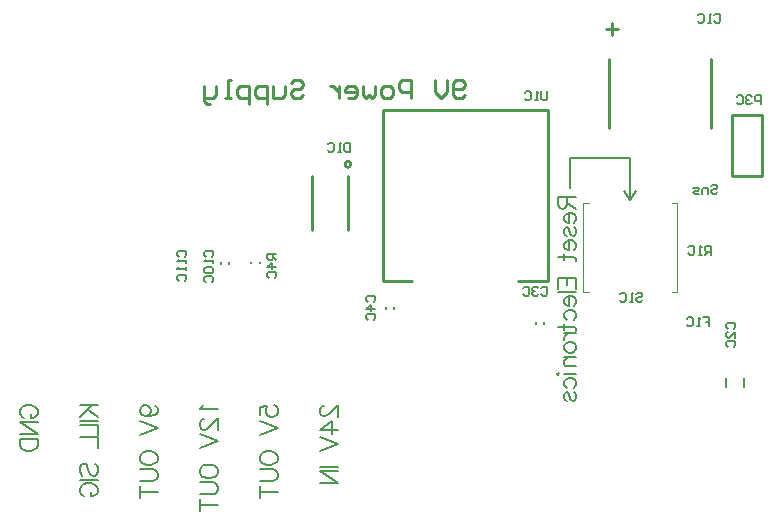
<source format=gbo>
G04 Layer_Color=32896*
%FSLAX25Y25*%
%MOIN*%
G70*
G01*
G75*
%ADD18C,0.01000*%
%ADD37C,0.00787*%
%ADD38C,0.00700*%
%ADD61C,0.00394*%
D18*
X156890Y137795D02*
G03*
X156890Y137795I-984J0D01*
G01*
X284000Y134000D02*
X294000D01*
X284000D02*
Y154236D01*
X294000D01*
Y134000D02*
Y154236D01*
X155905Y115945D02*
Y134055D01*
X144095Y115945D02*
Y134055D01*
X222559Y98898D02*
Y155984D01*
X212717Y98898D02*
X222559D01*
X195000Y155984D02*
X222559D01*
X167441D02*
X195000D01*
X167441Y98898D02*
X177284D01*
X167441D02*
Y155984D01*
X243000Y150000D02*
Y173000D01*
X277000Y150000D02*
Y173000D01*
X243999Y181000D02*
Y184999D01*
X245998Y182999D02*
X242000D01*
X195000Y161000D02*
X194000Y160000D01*
X192001D01*
X191001Y161000D01*
Y164998D01*
X192001Y165998D01*
X194000D01*
X195000Y164998D01*
Y163999D01*
X194000Y162999D01*
X191001D01*
X189002Y165998D02*
Y161999D01*
X187003Y160000D01*
X185003Y161999D01*
Y165998D01*
X177006Y160000D02*
Y165998D01*
X174007D01*
X173007Y164998D01*
Y162999D01*
X174007Y161999D01*
X177006D01*
X170008Y160000D02*
X168009D01*
X167009Y161000D01*
Y162999D01*
X168009Y163999D01*
X170008D01*
X171008Y162999D01*
Y161000D01*
X170008Y160000D01*
X165010Y163999D02*
Y161000D01*
X164010Y160000D01*
X163010Y161000D01*
X162011Y160000D01*
X161011Y161000D01*
Y163999D01*
X156013Y160000D02*
X158012D01*
X159012Y161000D01*
Y162999D01*
X158012Y163999D01*
X156013D01*
X155013Y162999D01*
Y161999D01*
X159012D01*
X153014Y163999D02*
Y160000D01*
Y161999D01*
X152014Y162999D01*
X151014Y163999D01*
X150015D01*
X137019Y164998D02*
X138018Y165998D01*
X140018D01*
X141017Y164998D01*
Y163999D01*
X140018Y162999D01*
X138018D01*
X137019Y161999D01*
Y161000D01*
X138018Y160000D01*
X140018D01*
X141017Y161000D01*
X135019Y163999D02*
Y161000D01*
X134020Y160000D01*
X131021D01*
Y163999D01*
X129021Y158001D02*
Y163999D01*
X126022D01*
X125023Y162999D01*
Y161000D01*
X126022Y160000D01*
X129021D01*
X123023Y158001D02*
Y163999D01*
X120024D01*
X119025Y162999D01*
Y161000D01*
X120024Y160000D01*
X123023D01*
X117025D02*
X115026D01*
X116025D01*
Y165998D01*
X117025D01*
X112027Y163999D02*
Y161000D01*
X111027Y160000D01*
X108028D01*
Y159000D01*
X109028Y158001D01*
X110028D01*
X108028Y160000D02*
Y163999D01*
D37*
X287953Y63425D02*
Y66575D01*
X282047Y63425D02*
Y66575D01*
X221378Y84606D02*
Y85394D01*
X218622Y84606D02*
Y85394D01*
X171378Y89606D02*
Y90394D01*
X168622Y89606D02*
Y90394D01*
X123524Y104803D02*
Y105197D01*
X126476Y104803D02*
Y105197D01*
X116378Y104606D02*
Y105394D01*
X113622Y104606D02*
Y105394D01*
D38*
X230000Y130000D02*
Y140000D01*
X250000D01*
Y126000D02*
Y140000D01*
Y126000D02*
X252000Y129000D01*
X248000D02*
X250000Y126000D01*
X293550Y157750D02*
Y160749D01*
X292051D01*
X291551Y160249D01*
Y159249D01*
X292051Y158750D01*
X293550D01*
X290551Y160249D02*
X290051Y160749D01*
X289052D01*
X288552Y160249D01*
Y159749D01*
X289052Y159249D01*
X289551D01*
X289052D01*
X288552Y158750D01*
Y158250D01*
X289052Y157750D01*
X290051D01*
X290551Y158250D01*
X285553Y160249D02*
X286052Y160749D01*
X287052D01*
X287552Y160249D01*
Y158250D01*
X287052Y157750D01*
X286052D01*
X285553Y158250D01*
X252001Y94499D02*
X252501Y94999D01*
X253500D01*
X254000Y94499D01*
Y93999D01*
X253500Y93499D01*
X252501D01*
X252001Y93000D01*
Y92500D01*
X252501Y92000D01*
X253500D01*
X254000Y92500D01*
X251001Y92000D02*
X250001D01*
X250501D01*
Y94999D01*
X251001Y94499D01*
X246502D02*
X247002Y94999D01*
X248002D01*
X248502Y94499D01*
Y92500D01*
X248002Y92000D01*
X247002D01*
X246502Y92500D01*
X274301Y86799D02*
X276300D01*
Y85299D01*
X275300D01*
X276300D01*
Y83800D01*
X273301D02*
X272301D01*
X272801D01*
Y86799D01*
X273301Y86299D01*
X268802D02*
X269302Y86799D01*
X270302D01*
X270802Y86299D01*
Y84300D01*
X270302Y83800D01*
X269302D01*
X268802Y84300D01*
X276900Y107700D02*
Y110699D01*
X275400D01*
X274901Y110199D01*
Y109200D01*
X275400Y108700D01*
X276900D01*
X275900D02*
X274901Y107700D01*
X273901D02*
X272901D01*
X273401D01*
Y110699D01*
X273901Y110199D01*
X269402D02*
X269902Y110699D01*
X270902D01*
X271402Y110199D01*
Y108200D01*
X270902Y107700D01*
X269902D01*
X269402Y108200D01*
X282501Y83001D02*
X282001Y83500D01*
Y84500D01*
X282501Y85000D01*
X284500D01*
X285000Y84500D01*
Y83500D01*
X284500Y83001D01*
X285000Y80002D02*
Y82001D01*
X283001Y80002D01*
X282501D01*
X282001Y80501D01*
Y81501D01*
X282501Y82001D01*
Y77003D02*
X282001Y77502D01*
Y78502D01*
X282501Y79002D01*
X284500D01*
X285000Y78502D01*
Y77502D01*
X284500Y77003D01*
X108501Y107001D02*
X108001Y107501D01*
Y108500D01*
X108501Y109000D01*
X110500D01*
X111000Y108500D01*
Y107501D01*
X110500Y107001D01*
X111000Y106001D02*
Y105001D01*
Y105501D01*
X108001D01*
X108501Y106001D01*
Y103502D02*
X108001Y103002D01*
Y102002D01*
X108501Y101502D01*
X110500D01*
X111000Y102002D01*
Y103002D01*
X110500Y103502D01*
X108501D01*
Y98503D02*
X108001Y99003D01*
Y100003D01*
X108501Y100503D01*
X110500D01*
X111000Y100003D01*
Y99003D01*
X110500Y98503D01*
X99501Y107001D02*
X99001Y107501D01*
Y108500D01*
X99501Y109000D01*
X101500D01*
X102000Y108500D01*
Y107501D01*
X101500Y107001D01*
X102000Y106001D02*
Y105001D01*
Y105501D01*
X99001D01*
X99501Y106001D01*
X102000Y103502D02*
Y102502D01*
Y103002D01*
X99001D01*
X99501Y103502D01*
Y99003D02*
X99001Y99503D01*
Y100503D01*
X99501Y101003D01*
X101500D01*
X102000Y100503D01*
Y99503D01*
X101500Y99003D01*
X156700Y144999D02*
Y142000D01*
X155201D01*
X154701Y142500D01*
Y144499D01*
X155201Y144999D01*
X156700D01*
X153701Y142000D02*
X152701D01*
X153201D01*
Y144999D01*
X153701Y144499D01*
X149202D02*
X149702Y144999D01*
X150702D01*
X151202Y144499D01*
Y142500D01*
X150702Y142000D01*
X149702D01*
X149202Y142500D01*
X132000Y108000D02*
X129001D01*
Y106500D01*
X129501Y106001D01*
X130500D01*
X131000Y106500D01*
Y108000D01*
Y107000D02*
X132000Y106001D01*
Y103501D02*
X129001D01*
X130500Y105001D01*
Y103002D01*
X129501Y100003D02*
X129001Y100502D01*
Y101502D01*
X129501Y102002D01*
X131500D01*
X132000Y101502D01*
Y100502D01*
X131500Y100003D01*
X222400Y162199D02*
Y159700D01*
X221900Y159200D01*
X220901D01*
X220401Y159700D01*
Y162199D01*
X219401Y159200D02*
X218401D01*
X218901D01*
Y162199D01*
X219401Y161699D01*
X214902D02*
X215402Y162199D01*
X216402D01*
X216902Y161699D01*
Y159700D01*
X216402Y159200D01*
X215402D01*
X214902Y159700D01*
X162501Y92001D02*
X162001Y92501D01*
Y93500D01*
X162501Y94000D01*
X164500D01*
X165000Y93500D01*
Y92501D01*
X164500Y92001D01*
X165000Y89501D02*
X162001D01*
X163500Y91001D01*
Y89002D01*
X162501Y86003D02*
X162001Y86502D01*
Y87502D01*
X162501Y88002D01*
X164500D01*
X165000Y87502D01*
Y86502D01*
X164500Y86003D01*
X220301Y96399D02*
X220800Y96899D01*
X221800D01*
X222300Y96399D01*
Y94400D01*
X221800Y93900D01*
X220800D01*
X220301Y94400D01*
X219301Y96399D02*
X218801Y96899D01*
X217801D01*
X217302Y96399D01*
Y95899D01*
X217801Y95399D01*
X218301D01*
X217801D01*
X217302Y94900D01*
Y94400D01*
X217801Y93900D01*
X218801D01*
X219301Y94400D01*
X214303Y96399D02*
X214802Y96899D01*
X215802D01*
X216302Y96399D01*
Y94400D01*
X215802Y93900D01*
X214802D01*
X214303Y94400D01*
X278001Y187499D02*
X278501Y187999D01*
X279500D01*
X280000Y187499D01*
Y185500D01*
X279500Y185000D01*
X278501D01*
X278001Y185500D01*
X277001Y185000D02*
X276001D01*
X276501D01*
Y187999D01*
X277001Y187499D01*
X272502D02*
X273002Y187999D01*
X274002D01*
X274502Y187499D01*
Y185500D01*
X274002Y185000D01*
X273002D01*
X272502Y185500D01*
X277001Y130499D02*
X277501Y130999D01*
X278500D01*
X279000Y130499D01*
Y129999D01*
X278500Y129499D01*
X277501D01*
X277001Y129000D01*
Y128500D01*
X277501Y128000D01*
X278500D01*
X279000Y128500D01*
X276001Y128000D02*
Y129999D01*
X274501D01*
X274002Y129499D01*
Y128000D01*
X273002D02*
X271502D01*
X271003Y128500D01*
X271502Y129000D01*
X272502D01*
X273002Y129499D01*
X272502Y129999D01*
X271003D01*
X226001Y127000D02*
X232000D01*
X226001D02*
Y124429D01*
X226287Y123572D01*
X226573Y123286D01*
X227144Y123001D01*
X227715D01*
X228287Y123286D01*
X228572Y123572D01*
X228858Y124429D01*
Y127000D01*
Y125000D02*
X232000Y123001D01*
X229715Y121658D02*
Y118230D01*
X229144D01*
X228572Y118516D01*
X228287Y118802D01*
X228001Y119373D01*
Y120230D01*
X228287Y120801D01*
X228858Y121373D01*
X229715Y121658D01*
X230286D01*
X231143Y121373D01*
X231714Y120801D01*
X232000Y120230D01*
Y119373D01*
X231714Y118802D01*
X231143Y118230D01*
X228858Y113803D02*
X228287Y114088D01*
X228001Y114945D01*
Y115802D01*
X228287Y116659D01*
X228858Y116945D01*
X229429Y116659D01*
X229715Y116088D01*
X230000Y114660D01*
X230286Y114088D01*
X230857Y113803D01*
X231143D01*
X231714Y114088D01*
X232000Y114945D01*
Y115802D01*
X231714Y116659D01*
X231143Y116945D01*
X229715Y112546D02*
Y109118D01*
X229144D01*
X228572Y109404D01*
X228287Y109689D01*
X228001Y110261D01*
Y111118D01*
X228287Y111689D01*
X228858Y112260D01*
X229715Y112546D01*
X230286D01*
X231143Y112260D01*
X231714Y111689D01*
X232000Y111118D01*
Y110261D01*
X231714Y109689D01*
X231143Y109118D01*
X226001Y106976D02*
X230857D01*
X231714Y106690D01*
X232000Y106119D01*
Y105547D01*
X228001Y107833D02*
Y105833D01*
X226001Y96264D02*
Y99977D01*
X232000D01*
Y96264D01*
X228858Y99977D02*
Y97692D01*
X226001Y95264D02*
X232000D01*
X229715Y94007D02*
Y90579D01*
X229144D01*
X228572Y90865D01*
X228287Y91150D01*
X228001Y91722D01*
Y92579D01*
X228287Y93150D01*
X228858Y93721D01*
X229715Y94007D01*
X230286D01*
X231143Y93721D01*
X231714Y93150D01*
X232000Y92579D01*
Y91722D01*
X231714Y91150D01*
X231143Y90579D01*
X228858Y85866D02*
X228287Y86437D01*
X228001Y87009D01*
Y87866D01*
X228287Y88437D01*
X228858Y89008D01*
X229715Y89294D01*
X230286D01*
X231143Y89008D01*
X231714Y88437D01*
X232000Y87866D01*
Y87009D01*
X231714Y86437D01*
X231143Y85866D01*
X226001Y83723D02*
X230857D01*
X231714Y83438D01*
X232000Y82867D01*
Y82295D01*
X228001Y84580D02*
Y82581D01*
Y81438D02*
X232000D01*
X229715D02*
X228858Y81153D01*
X228287Y80581D01*
X228001Y80010D01*
Y79153D01*
Y77182D02*
X228287Y77753D01*
X228858Y78325D01*
X229715Y78610D01*
X230286D01*
X231143Y78325D01*
X231714Y77753D01*
X232000Y77182D01*
Y76325D01*
X231714Y75754D01*
X231143Y75182D01*
X230286Y74897D01*
X229715D01*
X228858Y75182D01*
X228287Y75754D01*
X228001Y76325D01*
Y77182D01*
Y73583D02*
X232000D01*
X229144D02*
X228287Y72726D01*
X228001Y72155D01*
Y71298D01*
X228287Y70726D01*
X229144Y70441D01*
X232000D01*
X226001Y68298D02*
X226287Y68013D01*
X226001Y67727D01*
X225716Y68013D01*
X226001Y68298D01*
X228001Y68013D02*
X232000D01*
X228858Y63242D02*
X228287Y63814D01*
X228001Y64385D01*
Y65242D01*
X228287Y65813D01*
X228858Y66384D01*
X229715Y66670D01*
X230286D01*
X231143Y66384D01*
X231714Y65813D01*
X232000Y65242D01*
Y64385D01*
X231714Y63814D01*
X231143Y63242D01*
X228858Y58815D02*
X228287Y59100D01*
X228001Y59957D01*
Y60814D01*
X228287Y61671D01*
X228858Y61957D01*
X229429Y61671D01*
X229715Y61100D01*
X230000Y59672D01*
X230286Y59100D01*
X230857Y58815D01*
X231143D01*
X231714Y59100D01*
X232000Y59957D01*
Y60814D01*
X231714Y61671D01*
X231143Y61957D01*
X47930Y53215D02*
X47358Y53501D01*
X46787Y54072D01*
X46501Y54643D01*
Y55786D01*
X46787Y56357D01*
X47358Y56929D01*
X47930Y57214D01*
X48787Y57500D01*
X50215D01*
X51072Y57214D01*
X51643Y56929D01*
X52214Y56357D01*
X52500Y55786D01*
Y54643D01*
X52214Y54072D01*
X51643Y53501D01*
X51072Y53215D01*
X50215D01*
Y54643D02*
Y53215D01*
X46501Y51844D02*
X52500D01*
X46501D02*
X52500Y47845D01*
X46501D02*
X52500D01*
X46501Y46188D02*
X52500D01*
X46501D02*
Y44189D01*
X46787Y43332D01*
X47358Y42760D01*
X47930Y42475D01*
X48787Y42189D01*
X50215D01*
X51072Y42475D01*
X51643Y42760D01*
X52214Y43332D01*
X52500Y44189D01*
Y46188D01*
X66501Y57500D02*
X72500D01*
X66501Y53501D02*
X70500Y57500D01*
X69072Y56072D02*
X72500Y53501D01*
X66501Y52158D02*
X72500D01*
X66501Y50901D02*
X72500D01*
Y47474D01*
X66501Y46817D02*
X72500D01*
Y43389D01*
X67358Y34019D02*
X66787Y34591D01*
X66501Y35448D01*
Y36590D01*
X66787Y37447D01*
X67358Y38019D01*
X67930D01*
X68501Y37733D01*
X68787Y37447D01*
X69072Y36876D01*
X69643Y35162D01*
X69929Y34591D01*
X70215Y34305D01*
X70786Y34019D01*
X71643D01*
X72214Y34591D01*
X72500Y35448D01*
Y36590D01*
X72214Y37447D01*
X71643Y38019D01*
X66501Y32677D02*
X72500D01*
X67930Y27135D02*
X67358Y27421D01*
X66787Y27992D01*
X66501Y28563D01*
Y29706D01*
X66787Y30277D01*
X67358Y30849D01*
X67930Y31134D01*
X68787Y31420D01*
X70215D01*
X71072Y31134D01*
X71643Y30849D01*
X72214Y30277D01*
X72500Y29706D01*
Y28563D01*
X72214Y27992D01*
X71643Y27421D01*
X71072Y27135D01*
X70215D01*
Y28563D02*
Y27135D01*
X88501Y53786D02*
X89358Y54072D01*
X89929Y54643D01*
X90215Y55500D01*
Y55786D01*
X89929Y56643D01*
X89358Y57214D01*
X88501Y57500D01*
X88215D01*
X87358Y57214D01*
X86787Y56643D01*
X86501Y55786D01*
Y55500D01*
X86787Y54643D01*
X87358Y54072D01*
X88501Y53786D01*
X89929D01*
X91357Y54072D01*
X92214Y54643D01*
X92500Y55500D01*
Y56072D01*
X92214Y56929D01*
X91643Y57214D01*
X86501Y52158D02*
X92500Y49873D01*
X86501Y47588D02*
X92500Y49873D01*
X86501Y40389D02*
X86787Y40961D01*
X87358Y41532D01*
X87929Y41818D01*
X88787Y42103D01*
X90215D01*
X91072Y41818D01*
X91643Y41532D01*
X92214Y40961D01*
X92500Y40389D01*
Y39247D01*
X92214Y38675D01*
X91643Y38104D01*
X91072Y37819D01*
X90215Y37533D01*
X88787D01*
X87929Y37819D01*
X87358Y38104D01*
X86787Y38675D01*
X86501Y39247D01*
Y40389D01*
Y36133D02*
X90786D01*
X91643Y35847D01*
X92214Y35276D01*
X92500Y34419D01*
Y33848D01*
X92214Y32991D01*
X91643Y32420D01*
X90786Y32134D01*
X86501D01*
Y28478D02*
X92500D01*
X86501Y30477D02*
Y26478D01*
X107644Y57500D02*
X107358Y56929D01*
X106501Y56072D01*
X112500D01*
X107930Y52815D02*
X107644D01*
X107073Y52530D01*
X106787Y52244D01*
X106501Y51673D01*
Y50530D01*
X106787Y49959D01*
X107073Y49673D01*
X107644Y49387D01*
X108215D01*
X108786Y49673D01*
X109643Y50244D01*
X112500Y53101D01*
Y49102D01*
X106501Y47759D02*
X112500Y45474D01*
X106501Y43189D02*
X112500Y45474D01*
X106501Y35990D02*
X106787Y36562D01*
X107358Y37133D01*
X107930Y37419D01*
X108786Y37704D01*
X110215D01*
X111072Y37419D01*
X111643Y37133D01*
X112214Y36562D01*
X112500Y35990D01*
Y34848D01*
X112214Y34276D01*
X111643Y33705D01*
X111072Y33419D01*
X110215Y33134D01*
X108786D01*
X107930Y33419D01*
X107358Y33705D01*
X106787Y34276D01*
X106501Y34848D01*
Y35990D01*
Y31734D02*
X110786D01*
X111643Y31448D01*
X112214Y30877D01*
X112500Y30020D01*
Y29449D01*
X112214Y28592D01*
X111643Y28021D01*
X110786Y27735D01*
X106501D01*
Y24079D02*
X112500D01*
X106501Y26078D02*
Y22079D01*
X126501Y54072D02*
Y56929D01*
X129072Y57214D01*
X128787Y56929D01*
X128501Y56072D01*
Y55215D01*
X128787Y54358D01*
X129358Y53786D01*
X130215Y53501D01*
X130786D01*
X131643Y53786D01*
X132214Y54358D01*
X132500Y55215D01*
Y56072D01*
X132214Y56929D01*
X131929Y57214D01*
X131357Y57500D01*
X126501Y52158D02*
X132500Y49873D01*
X126501Y47588D02*
X132500Y49873D01*
X126501Y40389D02*
X126787Y40961D01*
X127358Y41532D01*
X127929Y41818D01*
X128787Y42103D01*
X130215D01*
X131072Y41818D01*
X131643Y41532D01*
X132214Y40961D01*
X132500Y40389D01*
Y39247D01*
X132214Y38675D01*
X131643Y38104D01*
X131072Y37819D01*
X130215Y37533D01*
X128787D01*
X127929Y37819D01*
X127358Y38104D01*
X126787Y38675D01*
X126501Y39247D01*
Y40389D01*
Y36133D02*
X130786D01*
X131643Y35847D01*
X132214Y35276D01*
X132500Y34419D01*
Y33848D01*
X132214Y32991D01*
X131643Y32420D01*
X130786Y32134D01*
X126501D01*
Y28478D02*
X132500D01*
X126501Y30477D02*
Y26478D01*
X147930Y57214D02*
X147644D01*
X147073Y56929D01*
X146787Y56643D01*
X146501Y56072D01*
Y54929D01*
X146787Y54358D01*
X147073Y54072D01*
X147644Y53786D01*
X148215D01*
X148786Y54072D01*
X149644Y54643D01*
X152500Y57500D01*
Y53501D01*
X146501Y49302D02*
X150500Y52158D01*
Y47873D01*
X146501Y49302D02*
X152500D01*
X146501Y46817D02*
X152500Y44531D01*
X146501Y42246D02*
X152500Y44531D01*
X146501Y36762D02*
X152500D01*
X146501Y35505D02*
X152500D01*
X146501D02*
X152500Y31506D01*
X146501D02*
X152500D01*
D61*
X263779Y95236D02*
X265748D01*
Y124764D01*
X263779D02*
X265748D01*
X234252D02*
X236221D01*
X234252Y95236D02*
Y124764D01*
Y95236D02*
X236221D01*
M02*

</source>
